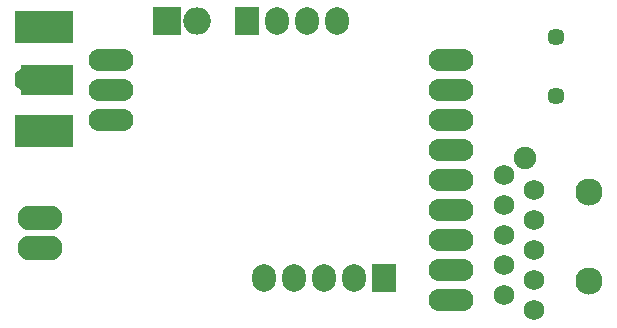
<source format=gbs>
G04 #@! TF.FileFunction,Soldermask,Bot*
%FSLAX46Y46*%
G04 Gerber Fmt 4.6, Leading zero omitted, Abs format (unit mm)*
G04 Created by KiCad (PCBNEW (2016-03-18 BZR 6629)-product) date Fr 15 Apr 2016 01:16:20 CEST*
%MOMM*%
G01*
G04 APERTURE LIST*
%ADD10C,0.100000*%
%ADD11O,3.800120X2.100860*%
%ADD12O,3.800000X1.900000*%
%ADD13R,2.027200X2.332000*%
%ADD14O,2.027200X2.332000*%
%ADD15C,2.300000*%
%ADD16C,1.450000*%
%ADD17R,2.332000X2.332000*%
%ADD18O,2.332000X2.332000*%
%ADD19C,1.750000*%
%ADD20C,1.900000*%
%ADD21R,4.872000X2.713000*%
%ADD22R,4.371620X2.500000*%
G04 APERTURE END LIST*
D10*
D11*
X115250000Y-118020000D03*
X115250000Y-115480000D03*
D12*
X121260000Y-107170000D03*
X121260000Y-104630000D03*
X121260000Y-102090000D03*
X150060000Y-102090000D03*
X150060000Y-104630000D03*
X150060000Y-107170000D03*
X150060000Y-109710000D03*
X150060000Y-112250000D03*
X150060000Y-114790000D03*
X150060000Y-117330000D03*
X150060000Y-119870000D03*
X150060000Y-122410000D03*
D13*
X144400000Y-120500000D03*
D14*
X141860000Y-120500000D03*
X139320000Y-120500000D03*
X136780000Y-120500000D03*
X134240000Y-120500000D03*
D13*
X132800000Y-98800000D03*
D14*
X135340000Y-98800000D03*
X137880000Y-98800000D03*
X140420000Y-98800000D03*
D15*
X161700000Y-113200160D03*
X161700000Y-120799840D03*
D16*
X158900000Y-105100000D03*
X158900000Y-100100000D03*
D17*
X126000000Y-98800000D03*
D18*
X128540000Y-98800000D03*
D19*
X154530000Y-111785000D03*
X157070000Y-113055000D03*
X154530000Y-114325000D03*
X157070000Y-115595000D03*
X154530000Y-116865000D03*
X157070000Y-118135000D03*
X154530000Y-119405000D03*
X157070000Y-120675000D03*
X154530000Y-121945000D03*
X157070000Y-123215000D03*
D20*
X156330000Y-110385000D03*
D21*
X115600000Y-108100000D03*
D10*
G36*
X113958190Y-102580510D02*
X113958190Y-104879490D01*
X113157810Y-104280050D01*
X113157810Y-103179950D01*
X113958190Y-102580510D01*
X113958190Y-102580510D01*
G37*
D21*
X115600000Y-99300000D03*
D22*
X115844000Y-103730000D03*
M02*

</source>
